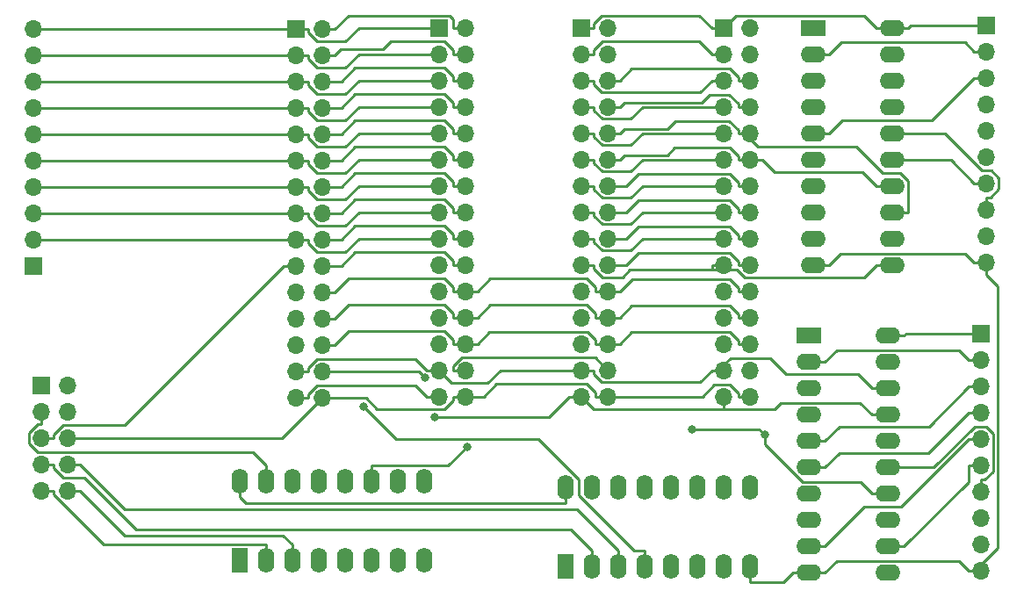
<source format=gbr>
%TF.GenerationSoftware,KiCad,Pcbnew,6.0.2+dfsg-1*%
%TF.CreationDate,2023-02-24T13:22:18-05:00*%
%TF.ProjectId,Registers,52656769-7374-4657-9273-2e6b69636164,rev?*%
%TF.SameCoordinates,Original*%
%TF.FileFunction,Copper,L1,Top*%
%TF.FilePolarity,Positive*%
%FSLAX46Y46*%
G04 Gerber Fmt 4.6, Leading zero omitted, Abs format (unit mm)*
G04 Created by KiCad (PCBNEW 6.0.2+dfsg-1) date 2023-02-24 13:22:18*
%MOMM*%
%LPD*%
G01*
G04 APERTURE LIST*
%TA.AperFunction,ComponentPad*%
%ADD10R,2.400000X1.600000*%
%TD*%
%TA.AperFunction,ComponentPad*%
%ADD11O,2.400000X1.600000*%
%TD*%
%TA.AperFunction,ComponentPad*%
%ADD12R,1.700000X1.700000*%
%TD*%
%TA.AperFunction,ComponentPad*%
%ADD13O,1.700000X1.700000*%
%TD*%
%TA.AperFunction,ComponentPad*%
%ADD14R,1.600000X2.400000*%
%TD*%
%TA.AperFunction,ComponentPad*%
%ADD15O,1.600000X2.400000*%
%TD*%
%TA.AperFunction,ViaPad*%
%ADD16C,0.800000*%
%TD*%
%TA.AperFunction,Conductor*%
%ADD17C,0.250000*%
%TD*%
G04 APERTURE END LIST*
D10*
%TO.P,U4,1,~{E}*%
%TO.N,unconnected-(U4-Pad1)*%
X94600000Y-51330000D03*
D11*
%TO.P,U4,2,Q0*%
%TO.N,Net-(J8-Pad2)*%
X94600000Y-53870000D03*
%TO.P,U4,3,D0*%
%TO.N,/RS_{0}*%
X94600000Y-56410000D03*
%TO.P,U4,4,D1*%
%TO.N,/RS_{1}*%
X94600000Y-58950000D03*
%TO.P,U4,5,Q1*%
%TO.N,Net-(J8-Pad3)*%
X94600000Y-61490000D03*
%TO.P,U4,6,Q2*%
%TO.N,Net-(J8-Pad4)*%
X94600000Y-64030000D03*
%TO.P,U4,7,D2*%
%TO.N,/RS_{2}*%
X94600000Y-66570000D03*
%TO.P,U4,8,D3*%
%TO.N,/RS_{3}*%
X94600000Y-69110000D03*
%TO.P,U4,9,Q3*%
%TO.N,Net-(J8-Pad5)*%
X94600000Y-71650000D03*
%TO.P,U4,10,GND*%
%TO.N,GND*%
X94600000Y-74190000D03*
%TO.P,U4,11,CP*%
%TO.N,/CLK*%
X102220000Y-74190000D03*
%TO.P,U4,12,Q4*%
%TO.N,Net-(J8-Pad6)*%
X102220000Y-71650000D03*
%TO.P,U4,13,D4*%
%TO.N,/RS_{4}*%
X102220000Y-69110000D03*
%TO.P,U4,14,D5*%
%TO.N,/RS_{5}*%
X102220000Y-66570000D03*
%TO.P,U4,15,Q5*%
%TO.N,Net-(J8-Pad7)*%
X102220000Y-64030000D03*
%TO.P,U4,16,Q6*%
%TO.N,Net-(J8-Pad8)*%
X102220000Y-61490000D03*
%TO.P,U4,17,D6*%
%TO.N,/RS_{6}*%
X102220000Y-58950000D03*
%TO.P,U4,18,D7*%
%TO.N,/RS_{7}*%
X102220000Y-56410000D03*
%TO.P,U4,19,Q7*%
%TO.N,Net-(J8-Pad9)*%
X102220000Y-53870000D03*
%TO.P,U4,20,VCC*%
%TO.N,VCC*%
X102220000Y-51330000D03*
%TD*%
D10*
%TO.P,U3,1,~{E}*%
%TO.N,Net-(J1-Pad3)*%
X95010000Y-21655000D03*
D11*
%TO.P,U3,2,Q0*%
%TO.N,Net-(J7-Pad2)*%
X95010000Y-24195000D03*
%TO.P,U3,3,D0*%
%TO.N,/RD_{0}*%
X95010000Y-26735000D03*
%TO.P,U3,4,D1*%
%TO.N,/RD_{1}*%
X95010000Y-29275000D03*
%TO.P,U3,5,Q1*%
%TO.N,Net-(J7-Pad3)*%
X95010000Y-31815000D03*
%TO.P,U3,6,Q2*%
%TO.N,Net-(J7-Pad4)*%
X95010000Y-34355000D03*
%TO.P,U3,7,D2*%
%TO.N,/RD_{2}*%
X95010000Y-36895000D03*
%TO.P,U3,8,D3*%
%TO.N,/RD_{3}*%
X95010000Y-39435000D03*
%TO.P,U3,9,Q3*%
%TO.N,Net-(J7-Pad5)*%
X95010000Y-41975000D03*
%TO.P,U3,10,GND*%
%TO.N,GND*%
X95010000Y-44515000D03*
%TO.P,U3,11,CP*%
%TO.N,/CLK*%
X102630000Y-44515000D03*
%TO.P,U3,12,Q4*%
%TO.N,Net-(J7-Pad6)*%
X102630000Y-41975000D03*
%TO.P,U3,13,D4*%
%TO.N,/RD_{4}*%
X102630000Y-39435000D03*
%TO.P,U3,14,D5*%
%TO.N,/RD_{5}*%
X102630000Y-36895000D03*
%TO.P,U3,15,Q5*%
%TO.N,Net-(J7-Pad7)*%
X102630000Y-34355000D03*
%TO.P,U3,16,Q6*%
%TO.N,Net-(J7-Pad8)*%
X102630000Y-31815000D03*
%TO.P,U3,17,D6*%
%TO.N,/RD_{6}*%
X102630000Y-29275000D03*
%TO.P,U3,18,D7*%
%TO.N,/RD_{7}*%
X102630000Y-26735000D03*
%TO.P,U3,19,Q7*%
%TO.N,Net-(J7-Pad9)*%
X102630000Y-24195000D03*
%TO.P,U3,20,VCC*%
%TO.N,VCC*%
X102630000Y-21655000D03*
%TD*%
D12*
%TO.P,J8,1,Pin_1*%
%TO.N,VCC*%
X111180000Y-51135000D03*
D13*
%TO.P,J8,2,Pin_2*%
%TO.N,Net-(J8-Pad2)*%
X111180000Y-53675000D03*
%TO.P,J8,3,Pin_3*%
%TO.N,Net-(J8-Pad3)*%
X111180000Y-56215000D03*
%TO.P,J8,4,Pin_4*%
%TO.N,Net-(J8-Pad4)*%
X111180000Y-58755000D03*
%TO.P,J8,5,Pin_5*%
%TO.N,Net-(J8-Pad5)*%
X111180000Y-61295000D03*
%TO.P,J8,6,Pin_6*%
%TO.N,Net-(J8-Pad6)*%
X111180000Y-63835000D03*
%TO.P,J8,7,Pin_7*%
%TO.N,Net-(J8-Pad7)*%
X111180000Y-66375000D03*
%TO.P,J8,8,Pin_8*%
%TO.N,Net-(J8-Pad8)*%
X111180000Y-68915000D03*
%TO.P,J8,9,Pin_9*%
%TO.N,Net-(J8-Pad9)*%
X111180000Y-71455000D03*
%TO.P,J8,10,Pin_10*%
%TO.N,GND*%
X111180000Y-73995000D03*
%TD*%
D12*
%TO.P,J7,1,Pin_1*%
%TO.N,VCC*%
X111710000Y-21385000D03*
D13*
%TO.P,J7,2,Pin_2*%
%TO.N,Net-(J7-Pad2)*%
X111710000Y-23925000D03*
%TO.P,J7,3,Pin_3*%
%TO.N,Net-(J7-Pad3)*%
X111710000Y-26465000D03*
%TO.P,J7,4,Pin_4*%
%TO.N,Net-(J7-Pad4)*%
X111710000Y-29005000D03*
%TO.P,J7,5,Pin_5*%
%TO.N,Net-(J7-Pad5)*%
X111710000Y-31545000D03*
%TO.P,J7,6,Pin_6*%
%TO.N,Net-(J7-Pad6)*%
X111710000Y-34085000D03*
%TO.P,J7,7,Pin_7*%
%TO.N,Net-(J7-Pad7)*%
X111710000Y-36625000D03*
%TO.P,J7,8,Pin_8*%
%TO.N,Net-(J7-Pad8)*%
X111710000Y-39165000D03*
%TO.P,J7,9,Pin_9*%
%TO.N,Net-(J7-Pad9)*%
X111710000Y-41705000D03*
%TO.P,J7,10,Pin_10*%
%TO.N,GND*%
X111710000Y-44245000D03*
%TD*%
D12*
%TO.P,J4,1,Pin_1*%
%TO.N,VCC*%
X72650000Y-21615000D03*
D13*
%TO.P,J4,2,Pin_2*%
%TO.N,/RD_{0}*%
X75190000Y-21615000D03*
%TO.P,J4,3,Pin_3*%
%TO.N,/D_{0}*%
X72650000Y-24155000D03*
%TO.P,J4,4,Pin_4*%
%TO.N,/RD_{1}*%
X75190000Y-24155000D03*
%TO.P,J4,5,Pin_5*%
%TO.N,/D_{1}*%
X72650000Y-26695000D03*
%TO.P,J4,6,Pin_6*%
%TO.N,/RD_{2}*%
X75190000Y-26695000D03*
%TO.P,J4,7,Pin_7*%
%TO.N,/D_{2}*%
X72650000Y-29235000D03*
%TO.P,J4,8,Pin_8*%
%TO.N,/RD_{3}*%
X75190000Y-29235000D03*
%TO.P,J4,9,Pin_9*%
%TO.N,/D_{3}*%
X72650000Y-31775000D03*
%TO.P,J4,10,Pin_10*%
%TO.N,/RD_{4}*%
X75190000Y-31775000D03*
%TO.P,J4,11,Pin_11*%
%TO.N,/D_{4}*%
X72650000Y-34315000D03*
%TO.P,J4,12,Pin_12*%
%TO.N,/RD_{5}*%
X75190000Y-34315000D03*
%TO.P,J4,13,Pin_13*%
%TO.N,/D_{5}*%
X72650000Y-36855000D03*
%TO.P,J4,14,Pin_14*%
%TO.N,/RD_{6}*%
X75190000Y-36855000D03*
%TO.P,J4,15,Pin_15*%
%TO.N,/D_{6}*%
X72650000Y-39395000D03*
%TO.P,J4,16,Pin_16*%
%TO.N,/RD_{7}*%
X75190000Y-39395000D03*
%TO.P,J4,17,Pin_17*%
%TO.N,/D_{7}*%
X72650000Y-41935000D03*
%TO.P,J4,18,Pin_18*%
%TO.N,/RS_{0}*%
X75190000Y-41935000D03*
%TO.P,J4,19,Pin_19*%
%TO.N,/CLK*%
X72650000Y-44475000D03*
%TO.P,J4,20,Pin_20*%
%TO.N,/RS_{1}*%
X75190000Y-44475000D03*
%TO.P,J4,21,Pin_21*%
%TO.N,Net-(J4-Pad21)*%
X72650000Y-47015000D03*
%TO.P,J4,22,Pin_22*%
%TO.N,/RS_{2}*%
X75190000Y-47015000D03*
%TO.P,J4,23,Pin_23*%
%TO.N,Net-(J4-Pad23)*%
X72650000Y-49555000D03*
%TO.P,J4,24,Pin_24*%
%TO.N,/RS_{3}*%
X75190000Y-49555000D03*
%TO.P,J4,25,Pin_25*%
%TO.N,Net-(J4-Pad25)*%
X72650000Y-52095000D03*
%TO.P,J4,26,Pin_26*%
%TO.N,/RS_{4}*%
X75190000Y-52095000D03*
%TO.P,J4,27,Pin_27*%
%TO.N,/RS_{7}*%
X72650000Y-54635000D03*
%TO.P,J4,28,Pin_28*%
%TO.N,/RS_{5}*%
X75190000Y-54635000D03*
%TO.P,J4,29,Pin_29*%
%TO.N,/RS_{6}*%
X72650000Y-57175000D03*
%TO.P,J4,30,Pin_30*%
%TO.N,GND*%
X75190000Y-57175000D03*
%TD*%
D14*
%TO.P,U1,1,E*%
%TO.N,Net-(J1-Pad2)*%
X39710000Y-73000000D03*
D15*
%TO.P,U1,2,A0*%
%TO.N,Net-(J1-Pad9)*%
X42250000Y-73000000D03*
%TO.P,U1,3,A1*%
%TO.N,Net-(J1-Pad10)*%
X44790000Y-73000000D03*
%TO.P,U1,4,O0*%
%TO.N,Net-(J3-Pad21)*%
X47330000Y-73000000D03*
%TO.P,U1,5,O1*%
%TO.N,Net-(J4-Pad21)*%
X49870000Y-73000000D03*
%TO.P,U1,6,O2*%
%TO.N,Net-(J5-Pad21)*%
X52410000Y-73000000D03*
%TO.P,U1,7,O3*%
%TO.N,Net-(J6-Pad21)*%
X54950000Y-73000000D03*
%TO.P,U1,8,GND*%
%TO.N,GND*%
X57490000Y-73000000D03*
%TO.P,U1,9,O3*%
%TO.N,Net-(J6-Pad23)*%
X57490000Y-65380000D03*
%TO.P,U1,10,O2*%
%TO.N,Net-(J5-Pad23)*%
X54950000Y-65380000D03*
%TO.P,U1,11,O1*%
%TO.N,Net-(J4-Pad23)*%
X52410000Y-65380000D03*
%TO.P,U1,12,O0*%
%TO.N,Net-(J3-Pad23)*%
X49870000Y-65380000D03*
%TO.P,U1,13,A1*%
%TO.N,Net-(J1-Pad10)*%
X47330000Y-65380000D03*
%TO.P,U1,14,A0*%
%TO.N,Net-(J1-Pad9)*%
X44790000Y-65380000D03*
%TO.P,U1,15,E*%
%TO.N,Net-(J1-Pad3)*%
X42250000Y-65380000D03*
%TO.P,U1,16,VCC*%
%TO.N,VCC*%
X39710000Y-65380000D03*
%TD*%
D12*
%TO.P,J5,1,Pin_1*%
%TO.N,VCC*%
X58900000Y-21615000D03*
D13*
%TO.P,J5,2,Pin_2*%
%TO.N,/RD_{0}*%
X61440000Y-21615000D03*
%TO.P,J5,3,Pin_3*%
%TO.N,/D_{0}*%
X58900000Y-24155000D03*
%TO.P,J5,4,Pin_4*%
%TO.N,/RD_{1}*%
X61440000Y-24155000D03*
%TO.P,J5,5,Pin_5*%
%TO.N,/D_{1}*%
X58900000Y-26695000D03*
%TO.P,J5,6,Pin_6*%
%TO.N,/RD_{2}*%
X61440000Y-26695000D03*
%TO.P,J5,7,Pin_7*%
%TO.N,/D_{2}*%
X58900000Y-29235000D03*
%TO.P,J5,8,Pin_8*%
%TO.N,/RD_{3}*%
X61440000Y-29235000D03*
%TO.P,J5,9,Pin_9*%
%TO.N,/D_{3}*%
X58900000Y-31775000D03*
%TO.P,J5,10,Pin_10*%
%TO.N,/RD_{4}*%
X61440000Y-31775000D03*
%TO.P,J5,11,Pin_11*%
%TO.N,/D_{4}*%
X58900000Y-34315000D03*
%TO.P,J5,12,Pin_12*%
%TO.N,/RD_{5}*%
X61440000Y-34315000D03*
%TO.P,J5,13,Pin_13*%
%TO.N,/D_{5}*%
X58900000Y-36855000D03*
%TO.P,J5,14,Pin_14*%
%TO.N,/RD_{6}*%
X61440000Y-36855000D03*
%TO.P,J5,15,Pin_15*%
%TO.N,/D_{6}*%
X58900000Y-39395000D03*
%TO.P,J5,16,Pin_16*%
%TO.N,/RD_{7}*%
X61440000Y-39395000D03*
%TO.P,J5,17,Pin_17*%
%TO.N,/D_{7}*%
X58900000Y-41935000D03*
%TO.P,J5,18,Pin_18*%
%TO.N,/RS_{0}*%
X61440000Y-41935000D03*
%TO.P,J5,19,Pin_19*%
%TO.N,/CLK*%
X58900000Y-44475000D03*
%TO.P,J5,20,Pin_20*%
%TO.N,/RS_{1}*%
X61440000Y-44475000D03*
%TO.P,J5,21,Pin_21*%
%TO.N,Net-(J5-Pad21)*%
X58900000Y-47015000D03*
%TO.P,J5,22,Pin_22*%
%TO.N,/RS_{2}*%
X61440000Y-47015000D03*
%TO.P,J5,23,Pin_23*%
%TO.N,Net-(J5-Pad23)*%
X58900000Y-49555000D03*
%TO.P,J5,24,Pin_24*%
%TO.N,/RS_{3}*%
X61440000Y-49555000D03*
%TO.P,J5,25,Pin_25*%
%TO.N,Net-(J5-Pad25)*%
X58900000Y-52095000D03*
%TO.P,J5,26,Pin_26*%
%TO.N,/RS_{4}*%
X61440000Y-52095000D03*
%TO.P,J5,27,Pin_27*%
%TO.N,/RS_{7}*%
X58900000Y-54635000D03*
%TO.P,J5,28,Pin_28*%
%TO.N,/RS_{5}*%
X61440000Y-54635000D03*
%TO.P,J5,29,Pin_29*%
%TO.N,/RS_{6}*%
X58900000Y-57175000D03*
%TO.P,J5,30,Pin_30*%
%TO.N,GND*%
X61440000Y-57175000D03*
%TD*%
D12*
%TO.P,J6,1,Pin_1*%
%TO.N,VCC*%
X86400000Y-21650000D03*
D13*
%TO.P,J6,2,Pin_2*%
%TO.N,/RD_{0}*%
X88940000Y-21650000D03*
%TO.P,J6,3,Pin_3*%
%TO.N,/D_{0}*%
X86400000Y-24190000D03*
%TO.P,J6,4,Pin_4*%
%TO.N,/RD_{1}*%
X88940000Y-24190000D03*
%TO.P,J6,5,Pin_5*%
%TO.N,/D_{1}*%
X86400000Y-26730000D03*
%TO.P,J6,6,Pin_6*%
%TO.N,/RD_{2}*%
X88940000Y-26730000D03*
%TO.P,J6,7,Pin_7*%
%TO.N,/D_{2}*%
X86400000Y-29270000D03*
%TO.P,J6,8,Pin_8*%
%TO.N,/RD_{3}*%
X88940000Y-29270000D03*
%TO.P,J6,9,Pin_9*%
%TO.N,/D_{3}*%
X86400000Y-31810000D03*
%TO.P,J6,10,Pin_10*%
%TO.N,/RD_{4}*%
X88940000Y-31810000D03*
%TO.P,J6,11,Pin_11*%
%TO.N,/D_{4}*%
X86400000Y-34350000D03*
%TO.P,J6,12,Pin_12*%
%TO.N,/RD_{5}*%
X88940000Y-34350000D03*
%TO.P,J6,13,Pin_13*%
%TO.N,/D_{5}*%
X86400000Y-36890000D03*
%TO.P,J6,14,Pin_14*%
%TO.N,/RD_{6}*%
X88940000Y-36890000D03*
%TO.P,J6,15,Pin_15*%
%TO.N,/D_{6}*%
X86400000Y-39430000D03*
%TO.P,J6,16,Pin_16*%
%TO.N,/RD_{7}*%
X88940000Y-39430000D03*
%TO.P,J6,17,Pin_17*%
%TO.N,/D_{7}*%
X86400000Y-41970000D03*
%TO.P,J6,18,Pin_18*%
%TO.N,/RS_{0}*%
X88940000Y-41970000D03*
%TO.P,J6,19,Pin_19*%
%TO.N,/CLK*%
X86400000Y-44510000D03*
%TO.P,J6,20,Pin_20*%
%TO.N,/RS_{1}*%
X88940000Y-44510000D03*
%TO.P,J6,21,Pin_21*%
%TO.N,Net-(J6-Pad21)*%
X86400000Y-47050000D03*
%TO.P,J6,22,Pin_22*%
%TO.N,/RS_{2}*%
X88940000Y-47050000D03*
%TO.P,J6,23,Pin_23*%
%TO.N,Net-(J6-Pad23)*%
X86400000Y-49590000D03*
%TO.P,J6,24,Pin_24*%
%TO.N,/RS_{3}*%
X88940000Y-49590000D03*
%TO.P,J6,25,Pin_25*%
%TO.N,Net-(J6-Pad25)*%
X86400000Y-52130000D03*
%TO.P,J6,26,Pin_26*%
%TO.N,/RS_{4}*%
X88940000Y-52130000D03*
%TO.P,J6,27,Pin_27*%
%TO.N,/RS_{7}*%
X86400000Y-54670000D03*
%TO.P,J6,28,Pin_28*%
%TO.N,/RS_{5}*%
X88940000Y-54670000D03*
%TO.P,J6,29,Pin_29*%
%TO.N,/RS_{6}*%
X86400000Y-57210000D03*
%TO.P,J6,30,Pin_30*%
%TO.N,GND*%
X88940000Y-57210000D03*
%TD*%
D12*
%TO.P,J1,1,Pin_1*%
%TO.N,VCC*%
X20580000Y-56120000D03*
D13*
%TO.P,J1,2,Pin_2*%
%TO.N,Net-(J1-Pad2)*%
X23120000Y-56120000D03*
%TO.P,J1,3,Pin_3*%
%TO.N,Net-(J1-Pad3)*%
X20580000Y-58660000D03*
%TO.P,J1,4,Pin_4*%
%TO.N,Net-(J1-Pad4)*%
X23120000Y-58660000D03*
%TO.P,J1,5,Pin_5*%
%TO.N,/CLK*%
X20580000Y-61200000D03*
%TO.P,J1,6,Pin_6*%
%TO.N,GND*%
X23120000Y-61200000D03*
%TO.P,J1,7,Pin_7*%
%TO.N,Net-(J1-Pad7)*%
X20580000Y-63740000D03*
%TO.P,J1,8,Pin_8*%
%TO.N,Net-(J1-Pad8)*%
X23120000Y-63740000D03*
%TO.P,J1,9,Pin_9*%
%TO.N,Net-(J1-Pad9)*%
X20580000Y-66280000D03*
%TO.P,J1,10,Pin_10*%
%TO.N,Net-(J1-Pad10)*%
X23120000Y-66280000D03*
%TD*%
D14*
%TO.P,U2,1,E*%
%TO.N,Net-(J1-Pad4)*%
X71130000Y-73580000D03*
D15*
%TO.P,U2,2,A0*%
%TO.N,Net-(J1-Pad7)*%
X73670000Y-73580000D03*
%TO.P,U2,3,A1*%
%TO.N,Net-(J1-Pad8)*%
X76210000Y-73580000D03*
%TO.P,U2,4,O0*%
%TO.N,Net-(J3-Pad25)*%
X78750000Y-73580000D03*
%TO.P,U2,5,O1*%
%TO.N,Net-(J4-Pad25)*%
X81290000Y-73580000D03*
%TO.P,U2,6,O2*%
%TO.N,Net-(J5-Pad25)*%
X83830000Y-73580000D03*
%TO.P,U2,7,O3*%
%TO.N,Net-(J6-Pad25)*%
X86370000Y-73580000D03*
%TO.P,U2,8,GND*%
%TO.N,GND*%
X88910000Y-73580000D03*
%TO.P,U2,9*%
%TO.N,N/C*%
X88910000Y-65960000D03*
%TO.P,U2,10*%
X86370000Y-65960000D03*
%TO.P,U2,11*%
X83830000Y-65960000D03*
%TO.P,U2,12*%
X81290000Y-65960000D03*
%TO.P,U2,13*%
X78750000Y-65960000D03*
%TO.P,U2,14*%
X76210000Y-65960000D03*
%TO.P,U2,15*%
X73670000Y-65960000D03*
%TO.P,U2,16,VCC*%
%TO.N,VCC*%
X71130000Y-65960000D03*
%TD*%
D12*
%TO.P,J2,1,Pin_1*%
%TO.N,GND*%
X19800000Y-44620000D03*
D13*
%TO.P,J2,2,Pin_2*%
%TO.N,/D_{7}*%
X19800000Y-42080000D03*
%TO.P,J2,3,Pin_3*%
%TO.N,/D_{6}*%
X19800000Y-39540000D03*
%TO.P,J2,4,Pin_4*%
%TO.N,/D_{5}*%
X19800000Y-37000000D03*
%TO.P,J2,5,Pin_5*%
%TO.N,/D_{4}*%
X19800000Y-34460000D03*
%TO.P,J2,6,Pin_6*%
%TO.N,/D_{3}*%
X19800000Y-31920000D03*
%TO.P,J2,7,Pin_7*%
%TO.N,/D_{2}*%
X19800000Y-29380000D03*
%TO.P,J2,8,Pin_8*%
%TO.N,/D_{1}*%
X19800000Y-26840000D03*
%TO.P,J2,9,Pin_9*%
%TO.N,/D_{0}*%
X19800000Y-24300000D03*
%TO.P,J2,10,Pin_10*%
%TO.N,VCC*%
X19800000Y-21760000D03*
%TD*%
D12*
%TO.P,J3,1,Pin_1*%
%TO.N,VCC*%
X45150000Y-21745000D03*
D13*
%TO.P,J3,2,Pin_2*%
%TO.N,/RD_{0}*%
X47690000Y-21745000D03*
%TO.P,J3,3,Pin_3*%
%TO.N,/D_{0}*%
X45150000Y-24285000D03*
%TO.P,J3,4,Pin_4*%
%TO.N,/RD_{1}*%
X47690000Y-24285000D03*
%TO.P,J3,5,Pin_5*%
%TO.N,/D_{1}*%
X45150000Y-26825000D03*
%TO.P,J3,6,Pin_6*%
%TO.N,/RD_{2}*%
X47690000Y-26825000D03*
%TO.P,J3,7,Pin_7*%
%TO.N,/D_{2}*%
X45150000Y-29365000D03*
%TO.P,J3,8,Pin_8*%
%TO.N,/RD_{3}*%
X47690000Y-29365000D03*
%TO.P,J3,9,Pin_9*%
%TO.N,/D_{3}*%
X45150000Y-31905000D03*
%TO.P,J3,10,Pin_10*%
%TO.N,/RD_{4}*%
X47690000Y-31905000D03*
%TO.P,J3,11,Pin_11*%
%TO.N,/D_{4}*%
X45150000Y-34445000D03*
%TO.P,J3,12,Pin_12*%
%TO.N,/RD_{5}*%
X47690000Y-34445000D03*
%TO.P,J3,13,Pin_13*%
%TO.N,/D_{5}*%
X45150000Y-36985000D03*
%TO.P,J3,14,Pin_14*%
%TO.N,/RD_{6}*%
X47690000Y-36985000D03*
%TO.P,J3,15,Pin_15*%
%TO.N,/D_{6}*%
X45150000Y-39525000D03*
%TO.P,J3,16,Pin_16*%
%TO.N,/RD_{7}*%
X47690000Y-39525000D03*
%TO.P,J3,17,Pin_17*%
%TO.N,/D_{7}*%
X45150000Y-42065000D03*
%TO.P,J3,18,Pin_18*%
%TO.N,/RS_{0}*%
X47690000Y-42065000D03*
%TO.P,J3,19,Pin_19*%
%TO.N,/CLK*%
X45150000Y-44605000D03*
%TO.P,J3,20,Pin_20*%
%TO.N,/RS_{1}*%
X47690000Y-44605000D03*
%TO.P,J3,21,Pin_21*%
%TO.N,Net-(J3-Pad21)*%
X45150000Y-47145000D03*
%TO.P,J3,22,Pin_22*%
%TO.N,/RS_{2}*%
X47690000Y-47145000D03*
%TO.P,J3,23,Pin_23*%
%TO.N,Net-(J3-Pad23)*%
X45150000Y-49685000D03*
%TO.P,J3,24,Pin_24*%
%TO.N,/RS_{3}*%
X47690000Y-49685000D03*
%TO.P,J3,25,Pin_25*%
%TO.N,Net-(J3-Pad25)*%
X45150000Y-52225000D03*
%TO.P,J3,26,Pin_26*%
%TO.N,/RS_{4}*%
X47690000Y-52225000D03*
%TO.P,J3,27,Pin_27*%
%TO.N,/RS_{7}*%
X45150000Y-54765000D03*
%TO.P,J3,28,Pin_28*%
%TO.N,/RS_{5}*%
X47690000Y-54765000D03*
%TO.P,J3,29,Pin_29*%
%TO.N,/RS_{6}*%
X45150000Y-57305000D03*
%TO.P,J3,30,Pin_30*%
%TO.N,GND*%
X47690000Y-57305000D03*
%TD*%
D16*
%TO.N,Net-(J4-Pad23)*%
X61641300Y-61999900D03*
%TO.N,Net-(J3-Pad25)*%
X51659900Y-58127400D03*
%TO.N,/RS_{5}*%
X90338500Y-60855400D03*
X83280700Y-60306500D03*
X57575400Y-55370600D03*
%TO.N,/RS_{6}*%
X58544100Y-59132200D03*
%TD*%
D17*
%TO.N,Net-(J8-Pad7)*%
X106633200Y-64030000D02*
X102220000Y-64030000D01*
X110575800Y-60087400D02*
X106633200Y-64030000D01*
X111673800Y-60087400D02*
X110575800Y-60087400D01*
X112355100Y-60768700D02*
X111673800Y-60087400D01*
X112355100Y-64392100D02*
X112355100Y-60768700D01*
X111547300Y-65199900D02*
X112355100Y-64392100D01*
X111180000Y-65199900D02*
X111547300Y-65199900D01*
X111180000Y-66375000D02*
X111180000Y-65199900D01*
%TO.N,Net-(J8-Pad6)*%
X110004900Y-65390200D02*
X103745100Y-71650000D01*
X110004900Y-63835000D02*
X110004900Y-65390200D01*
X111180000Y-63835000D02*
X110004900Y-63835000D01*
X102220000Y-71650000D02*
X103745100Y-71650000D01*
%TO.N,Net-(J8-Pad5)*%
X103459900Y-67840000D02*
X110004900Y-61295000D01*
X99935100Y-67840000D02*
X103459900Y-67840000D01*
X96125100Y-71650000D02*
X99935100Y-67840000D01*
X94600000Y-71650000D02*
X96125100Y-71650000D01*
X111180000Y-61295000D02*
X110004900Y-61295000D01*
%TO.N,Net-(J8-Pad4)*%
X111180000Y-58755000D02*
X110004900Y-58755000D01*
X94600000Y-64030000D02*
X96125100Y-64030000D01*
X97504000Y-62651100D02*
X96125100Y-64030000D01*
X97504000Y-62651000D02*
X97504000Y-62651100D01*
X106108900Y-62651000D02*
X97504000Y-62651000D01*
X110004900Y-58755000D02*
X106108900Y-62651000D01*
%TO.N,Net-(J8-Pad3)*%
X97539900Y-60075200D02*
X96125100Y-61490000D01*
X106144700Y-60075200D02*
X97539900Y-60075200D01*
X110004900Y-56215000D02*
X106144700Y-60075200D01*
X111180000Y-56215000D02*
X110004900Y-56215000D01*
X94600000Y-61490000D02*
X96125100Y-61490000D01*
%TO.N,Net-(J8-Pad2)*%
X97260600Y-52734500D02*
X96125100Y-53870000D01*
X109064400Y-52734500D02*
X97260600Y-52734500D01*
X110004900Y-53675000D02*
X109064400Y-52734500D01*
X111180000Y-53675000D02*
X110004900Y-53675000D01*
X94600000Y-53870000D02*
X96125100Y-53870000D01*
%TO.N,Net-(J7-Pad8)*%
X107722500Y-31815000D02*
X102630000Y-31815000D01*
X111262500Y-35355000D02*
X107722500Y-31815000D01*
X112152900Y-35355000D02*
X111262500Y-35355000D01*
X112891800Y-36093900D02*
X112152900Y-35355000D01*
X112891800Y-37175300D02*
X112891800Y-36093900D01*
X112077200Y-37989900D02*
X112891800Y-37175300D01*
X111710000Y-37989900D02*
X112077200Y-37989900D01*
X111710000Y-39165000D02*
X111710000Y-37989900D01*
%TO.N,Net-(J7-Pad7)*%
X108264900Y-34355000D02*
X102630000Y-34355000D01*
X110534900Y-36625000D02*
X108264900Y-34355000D01*
X111710000Y-36625000D02*
X110534900Y-36625000D01*
%TO.N,Net-(J7-Pad3)*%
X97805100Y-30545000D02*
X96535100Y-31815000D01*
X106454900Y-30545000D02*
X97805100Y-30545000D01*
X110534900Y-26465000D02*
X106454900Y-30545000D01*
X111710000Y-26465000D02*
X110534900Y-26465000D01*
X95010000Y-31815000D02*
X96535100Y-31815000D01*
%TO.N,Net-(J7-Pad2)*%
X97680000Y-23050100D02*
X96535100Y-24195000D01*
X109660000Y-23050100D02*
X97680000Y-23050100D01*
X110534900Y-23925000D02*
X109660000Y-23050100D01*
X111710000Y-23925000D02*
X110534900Y-23925000D01*
X95010000Y-24195000D02*
X96535100Y-24195000D01*
%TO.N,Net-(J4-Pad23)*%
X59786300Y-63854900D02*
X61641300Y-61999900D01*
X52410000Y-63854900D02*
X59786300Y-63854900D01*
X52410000Y-65380000D02*
X52410000Y-63854900D01*
%TO.N,Net-(J3-Pad25)*%
X78750000Y-73580000D02*
X78750000Y-72054900D01*
X54807300Y-61274800D02*
X51659900Y-58127400D01*
X68479700Y-61274800D02*
X54807300Y-61274800D01*
X72373400Y-65168500D02*
X68479700Y-61274800D01*
X72373400Y-66674000D02*
X72373400Y-65168500D01*
X77754300Y-72054900D02*
X72373400Y-66674000D01*
X78750000Y-72054900D02*
X77754300Y-72054900D01*
%TO.N,/RD_{0}*%
X60264900Y-20784000D02*
X60264900Y-21615000D01*
X59920700Y-20439800D02*
X60264900Y-20784000D01*
X50170300Y-20439800D02*
X59920700Y-20439800D01*
X48865100Y-21745000D02*
X50170300Y-20439800D01*
X47690000Y-21745000D02*
X48865100Y-21745000D01*
X61440000Y-21615000D02*
X60264900Y-21615000D01*
%TO.N,/RD_{1}*%
X60264900Y-23789800D02*
X60264900Y-24155000D01*
X59436800Y-22961700D02*
X60264900Y-23789800D01*
X54243900Y-22961700D02*
X59436800Y-22961700D01*
X53500800Y-23704800D02*
X54243900Y-22961700D01*
X49445300Y-23704800D02*
X53500800Y-23704800D01*
X48865100Y-24285000D02*
X49445300Y-23704800D01*
X47690000Y-24285000D02*
X48865100Y-24285000D01*
X61440000Y-24155000D02*
X60264900Y-24155000D01*
%TO.N,/RD_{2}*%
X47690000Y-26825000D02*
X48865100Y-26825000D01*
X61440000Y-26695000D02*
X60264900Y-26695000D01*
X60264900Y-26329800D02*
X60264900Y-26695000D01*
X59439500Y-25504400D02*
X60264900Y-26329800D01*
X50822200Y-25504400D02*
X59439500Y-25504400D01*
X49501600Y-26825000D02*
X50822200Y-25504400D01*
X48865100Y-26825000D02*
X49501600Y-26825000D01*
X87764900Y-26364800D02*
X87764900Y-26730000D01*
X86954600Y-25554500D02*
X87764900Y-26364800D01*
X77505600Y-25554500D02*
X86954600Y-25554500D01*
X76365100Y-26695000D02*
X77505600Y-25554500D01*
X75190000Y-26695000D02*
X76365100Y-26695000D01*
X88940000Y-26730000D02*
X87764900Y-26730000D01*
%TO.N,/RD_{3}*%
X47690000Y-29365000D02*
X48865100Y-29365000D01*
X61440000Y-29235000D02*
X60264900Y-29235000D01*
X60264900Y-28869800D02*
X60264900Y-29235000D01*
X59439500Y-28044400D02*
X60264900Y-28869800D01*
X50822200Y-28044400D02*
X59439500Y-28044400D01*
X49501600Y-29365000D02*
X50822200Y-28044400D01*
X48865100Y-29365000D02*
X49501600Y-29365000D01*
X87764900Y-28904800D02*
X87764900Y-29270000D01*
X86911300Y-28051200D02*
X87764900Y-28904800D01*
X85023400Y-28051200D02*
X86911300Y-28051200D01*
X84254800Y-28819800D02*
X85023400Y-28051200D01*
X76780300Y-28819800D02*
X84254800Y-28819800D01*
X76365100Y-29235000D02*
X76780300Y-28819800D01*
X75190000Y-29235000D02*
X76365100Y-29235000D01*
X88940000Y-29270000D02*
X87764900Y-29270000D01*
%TO.N,/RD_{4}*%
X47690000Y-31905000D02*
X48865100Y-31905000D01*
X61440000Y-31775000D02*
X60264900Y-31775000D01*
X60264900Y-31409800D02*
X60264900Y-31775000D01*
X59439500Y-30584400D02*
X60264900Y-31409800D01*
X50822200Y-30584400D02*
X59439500Y-30584400D01*
X49501600Y-31905000D02*
X50822200Y-30584400D01*
X48865100Y-31905000D02*
X49501600Y-31905000D01*
X87764900Y-31444800D02*
X87764900Y-31810000D01*
X86911300Y-30591200D02*
X87764900Y-31444800D01*
X81686900Y-30591200D02*
X86911300Y-30591200D01*
X80918300Y-31359800D02*
X81686900Y-30591200D01*
X76780300Y-31359800D02*
X80918300Y-31359800D01*
X76365100Y-31775000D02*
X76780300Y-31359800D01*
X75190000Y-31775000D02*
X76365100Y-31775000D01*
X88940000Y-31810000D02*
X88416700Y-31810000D01*
X88416700Y-31810000D02*
X87764900Y-31810000D01*
X104155100Y-36406900D02*
X104155100Y-39435000D01*
X103373200Y-35625000D02*
X104155100Y-36406900D01*
X101700000Y-35625000D02*
X103373200Y-35625000D01*
X99160000Y-33085000D02*
X101700000Y-35625000D01*
X89691700Y-33085000D02*
X99160000Y-33085000D01*
X88416700Y-31810000D02*
X89691700Y-33085000D01*
X102630000Y-39435000D02*
X104155100Y-39435000D01*
%TO.N,/RD_{5}*%
X47690000Y-34445000D02*
X48865100Y-34445000D01*
X61440000Y-34315000D02*
X60264900Y-34315000D01*
X60264900Y-33949800D02*
X60264900Y-34315000D01*
X59439500Y-33124400D02*
X60264900Y-33949800D01*
X50822200Y-33124400D02*
X59439500Y-33124400D01*
X49501600Y-34445000D02*
X50822200Y-33124400D01*
X48865100Y-34445000D02*
X49501600Y-34445000D01*
X99735000Y-35525100D02*
X101104900Y-36895000D01*
X91290200Y-35525100D02*
X99735000Y-35525100D01*
X90115100Y-34350000D02*
X91290200Y-35525100D01*
X88940000Y-34350000D02*
X90115100Y-34350000D01*
X102630000Y-36895000D02*
X101104900Y-36895000D01*
X87764900Y-33984800D02*
X87764900Y-34350000D01*
X86954400Y-33174300D02*
X87764900Y-33984800D01*
X81643800Y-33174300D02*
X86954400Y-33174300D01*
X80918300Y-33899800D02*
X81643800Y-33174300D01*
X76780300Y-33899800D02*
X80918300Y-33899800D01*
X76365100Y-34315000D02*
X76780300Y-33899800D01*
X75190000Y-34315000D02*
X76365100Y-34315000D01*
X88940000Y-34350000D02*
X87764900Y-34350000D01*
%TO.N,/RD_{6}*%
X47690000Y-36985000D02*
X48865100Y-36985000D01*
X61440000Y-36855000D02*
X60264900Y-36855000D01*
X60264900Y-36489800D02*
X60264900Y-36855000D01*
X59439500Y-35664400D02*
X60264900Y-36489800D01*
X50822200Y-35664400D02*
X59439500Y-35664400D01*
X49501600Y-36985000D02*
X50822200Y-35664400D01*
X48865100Y-36985000D02*
X49501600Y-36985000D01*
X75190000Y-36855000D02*
X76365100Y-36855000D01*
X88940000Y-36890000D02*
X87764900Y-36890000D01*
X87764900Y-36524800D02*
X87764900Y-36890000D01*
X86920100Y-35680000D02*
X87764900Y-36524800D01*
X78176600Y-35680000D02*
X86920100Y-35680000D01*
X77001600Y-36855000D02*
X78176600Y-35680000D01*
X76365100Y-36855000D02*
X77001600Y-36855000D01*
%TO.N,/RD_{7}*%
X47690000Y-39525000D02*
X48865100Y-39525000D01*
X61440000Y-39395000D02*
X60264900Y-39395000D01*
X60264900Y-39029800D02*
X60264900Y-39395000D01*
X59439500Y-38204400D02*
X60264900Y-39029800D01*
X50822200Y-38204400D02*
X59439500Y-38204400D01*
X49501600Y-39525000D02*
X50822200Y-38204400D01*
X48865100Y-39525000D02*
X49501600Y-39525000D01*
X88940000Y-39430000D02*
X87764900Y-39430000D01*
X75190000Y-39395000D02*
X76365100Y-39395000D01*
X87764900Y-39062800D02*
X87764900Y-39430000D01*
X86922100Y-38220000D02*
X87764900Y-39062800D01*
X78176600Y-38220000D02*
X86922100Y-38220000D01*
X77001600Y-39395000D02*
X78176600Y-38220000D01*
X76365100Y-39395000D02*
X77001600Y-39395000D01*
%TO.N,/RS_{0}*%
X47690000Y-42065000D02*
X48865100Y-42065000D01*
X61440000Y-41935000D02*
X60264900Y-41935000D01*
X60264900Y-41569800D02*
X60264900Y-41935000D01*
X59439500Y-40744400D02*
X60264900Y-41569800D01*
X50822200Y-40744400D02*
X59439500Y-40744400D01*
X49501600Y-42065000D02*
X50822200Y-40744400D01*
X48865100Y-42065000D02*
X49501600Y-42065000D01*
X88940000Y-41970000D02*
X87764900Y-41970000D01*
X75190000Y-41935000D02*
X76365100Y-41935000D01*
X87764900Y-41602800D02*
X87764900Y-41970000D01*
X86922100Y-40760000D02*
X87764900Y-41602800D01*
X78176600Y-40760000D02*
X86922100Y-40760000D01*
X77001600Y-41935000D02*
X78176600Y-40760000D01*
X76365100Y-41935000D02*
X77001600Y-41935000D01*
%TO.N,/RS_{1}*%
X47690000Y-44605000D02*
X48865100Y-44605000D01*
X61440000Y-44475000D02*
X60264900Y-44475000D01*
X60264900Y-44109800D02*
X60264900Y-44475000D01*
X59439500Y-43284400D02*
X60264900Y-44109800D01*
X50822200Y-43284400D02*
X59439500Y-43284400D01*
X49501600Y-44605000D02*
X50822200Y-43284400D01*
X48865100Y-44605000D02*
X49501600Y-44605000D01*
X88940000Y-44510000D02*
X87764900Y-44510000D01*
X75190000Y-44475000D02*
X76365100Y-44475000D01*
X87764900Y-44142800D02*
X87764900Y-44510000D01*
X86922100Y-43300000D02*
X87764900Y-44142800D01*
X78176600Y-43300000D02*
X86922100Y-43300000D01*
X77001600Y-44475000D02*
X78176600Y-43300000D01*
X76365100Y-44475000D02*
X77001600Y-44475000D01*
%TO.N,/RS_{2}*%
X77540100Y-45840000D02*
X76365100Y-47015000D01*
X86922100Y-45840000D02*
X77540100Y-45840000D01*
X87764900Y-46682800D02*
X86922100Y-45840000D01*
X87764900Y-47050000D02*
X87764900Y-46682800D01*
X88940000Y-47050000D02*
X87764900Y-47050000D01*
X75190000Y-47015000D02*
X76365100Y-47015000D01*
X74014900Y-46649800D02*
X74014900Y-47015000D01*
X73190700Y-45825600D02*
X74014900Y-46649800D01*
X63804500Y-45825600D02*
X73190700Y-45825600D01*
X62615100Y-47015000D02*
X63804500Y-45825600D01*
X61440000Y-47015000D02*
X62615100Y-47015000D01*
X75190000Y-47015000D02*
X74014900Y-47015000D01*
X60264900Y-46649800D02*
X60264900Y-47015000D01*
X59439500Y-45824400D02*
X60264900Y-46649800D01*
X50185700Y-45824400D02*
X59439500Y-45824400D01*
X48865100Y-47145000D02*
X50185700Y-45824400D01*
X47690000Y-47145000D02*
X48865100Y-47145000D01*
X61440000Y-47015000D02*
X60264900Y-47015000D01*
%TO.N,/RS_{3}*%
X77505600Y-48414500D02*
X76365100Y-49555000D01*
X86956600Y-48414500D02*
X77505600Y-48414500D01*
X87764900Y-49222800D02*
X86956600Y-48414500D01*
X87764900Y-49590000D02*
X87764900Y-49222800D01*
X88940000Y-49590000D02*
X87764900Y-49590000D01*
X75190000Y-49555000D02*
X76365100Y-49555000D01*
X74014900Y-49189800D02*
X74014900Y-49555000D01*
X73189500Y-48364400D02*
X74014900Y-49189800D01*
X63805700Y-48364400D02*
X73189500Y-48364400D01*
X62615100Y-49555000D02*
X63805700Y-48364400D01*
X61440000Y-49555000D02*
X62615100Y-49555000D01*
X75190000Y-49555000D02*
X74014900Y-49555000D01*
X60264900Y-49189800D02*
X60264900Y-49555000D01*
X59439500Y-48364400D02*
X60264900Y-49189800D01*
X50185700Y-48364400D02*
X59439500Y-48364400D01*
X48865100Y-49685000D02*
X50185700Y-48364400D01*
X47690000Y-49685000D02*
X48865100Y-49685000D01*
X61440000Y-49555000D02*
X60264900Y-49555000D01*
%TO.N,/RS_{4}*%
X77505600Y-50954500D02*
X76365100Y-52095000D01*
X86956600Y-50954500D02*
X77505600Y-50954500D01*
X87764900Y-51762800D02*
X86956600Y-50954500D01*
X87764900Y-52130000D02*
X87764900Y-51762800D01*
X88940000Y-52130000D02*
X87764900Y-52130000D01*
X75190000Y-52095000D02*
X76365100Y-52095000D01*
X74014900Y-51729800D02*
X74014900Y-52095000D01*
X73204900Y-50919800D02*
X74014900Y-51729800D01*
X63790300Y-50919800D02*
X73204900Y-50919800D01*
X62615100Y-52095000D02*
X63790300Y-50919800D01*
X61440000Y-52095000D02*
X62615100Y-52095000D01*
X75190000Y-52095000D02*
X74014900Y-52095000D01*
X60264900Y-51729800D02*
X60264900Y-52095000D01*
X59439500Y-50904400D02*
X60264900Y-51729800D01*
X50185700Y-50904400D02*
X59439500Y-50904400D01*
X48865100Y-52225000D02*
X50185700Y-50904400D01*
X47690000Y-52225000D02*
X48865100Y-52225000D01*
X61440000Y-52095000D02*
X60264900Y-52095000D01*
%TO.N,/RS_{5}*%
X61440000Y-54635000D02*
X60264900Y-54635000D01*
X60264900Y-54269800D02*
X60264900Y-54635000D01*
X61096300Y-53438400D02*
X60264900Y-54269800D01*
X73993400Y-53438400D02*
X61096300Y-53438400D01*
X75190000Y-54635000D02*
X73993400Y-53438400D01*
X90338500Y-61828300D02*
X90338500Y-60855400D01*
X93955000Y-65444800D02*
X90338500Y-61828300D01*
X99569700Y-65444800D02*
X93955000Y-65444800D01*
X100694900Y-66570000D02*
X99569700Y-65444800D01*
X102220000Y-66570000D02*
X100694900Y-66570000D01*
X89789600Y-60306500D02*
X90338500Y-60855400D01*
X83280700Y-60306500D02*
X89789600Y-60306500D01*
X56969800Y-54765000D02*
X57575400Y-55370600D01*
X47690000Y-54765000D02*
X56969800Y-54765000D01*
%TO.N,/RS_{6}*%
X102220000Y-58950000D02*
X100694900Y-58950000D01*
X86400000Y-57210000D02*
X86400000Y-58385700D01*
X73860700Y-58385700D02*
X86400000Y-58385700D01*
X72650000Y-57175000D02*
X73860700Y-58385700D01*
X99513200Y-57768300D02*
X100694900Y-58950000D01*
X91859200Y-57768300D02*
X99513200Y-57768300D01*
X91241800Y-58385700D02*
X91859200Y-57768300D01*
X86400000Y-58385700D02*
X91241800Y-58385700D01*
X46325100Y-56939700D02*
X46325100Y-57305000D01*
X47141200Y-56123600D02*
X46325100Y-56939700D01*
X56673500Y-56123600D02*
X47141200Y-56123600D01*
X57724900Y-57175000D02*
X56673500Y-56123600D01*
X58900000Y-57175000D02*
X57724900Y-57175000D01*
X45150000Y-57305000D02*
X46325100Y-57305000D01*
X69517700Y-59132200D02*
X71474900Y-57175000D01*
X58544100Y-59132200D02*
X69517700Y-59132200D01*
X72650000Y-57175000D02*
X71474900Y-57175000D01*
%TO.N,/RS_{7}*%
X72650000Y-54635000D02*
X73825100Y-54635000D01*
X64836900Y-54635000D02*
X72650000Y-54635000D01*
X63618300Y-55853600D02*
X64836900Y-54635000D01*
X60118600Y-55853600D02*
X63618300Y-55853600D01*
X58900000Y-54635000D02*
X60118600Y-55853600D01*
X73825100Y-55000300D02*
X73825100Y-54635000D01*
X74635300Y-55810500D02*
X73825100Y-55000300D01*
X84084400Y-55810500D02*
X74635300Y-55810500D01*
X85224900Y-54670000D02*
X84084400Y-55810500D01*
X86400000Y-54670000D02*
X85812500Y-54670000D01*
X85812500Y-54670000D02*
X85224900Y-54670000D01*
X99280100Y-54995200D02*
X100694900Y-56410000D01*
X92350900Y-54995200D02*
X99280100Y-54995200D01*
X90831500Y-53475800D02*
X92350900Y-54995200D01*
X87006700Y-53475800D02*
X90831500Y-53475800D01*
X85812500Y-54670000D02*
X87006700Y-53475800D01*
X102220000Y-56410000D02*
X100694900Y-56410000D01*
X56677700Y-53587800D02*
X57724900Y-54635000D01*
X47135100Y-53587800D02*
X56677700Y-53587800D01*
X46325100Y-54397800D02*
X47135100Y-53587800D01*
X46325100Y-54765000D02*
X46325100Y-54397800D01*
X45150000Y-54765000D02*
X46325100Y-54765000D01*
X58900000Y-54635000D02*
X57724900Y-54635000D01*
%TO.N,/D_{0}*%
X51216900Y-24155000D02*
X58900000Y-24155000D01*
X49867500Y-25504400D02*
X51216900Y-24155000D01*
X47177300Y-25504400D02*
X49867500Y-25504400D01*
X46325100Y-24652200D02*
X47177300Y-25504400D01*
X46325100Y-24285000D02*
X46325100Y-24652200D01*
X45150000Y-24285000D02*
X46325100Y-24285000D01*
X43959900Y-24300000D02*
X43974900Y-24285000D01*
X19800000Y-24300000D02*
X43959900Y-24300000D01*
X45150000Y-24285000D02*
X43974900Y-24285000D01*
X73825100Y-23789700D02*
X73825100Y-24155000D01*
X74650400Y-22964400D02*
X73825100Y-23789700D01*
X83999300Y-22964400D02*
X74650400Y-22964400D01*
X85224900Y-24190000D02*
X83999300Y-22964400D01*
X86400000Y-24190000D02*
X85224900Y-24190000D01*
X72650000Y-24155000D02*
X73825100Y-24155000D01*
%TO.N,/D_{1}*%
X51216900Y-26695000D02*
X58900000Y-26695000D01*
X49867500Y-28044400D02*
X51216900Y-26695000D01*
X47177300Y-28044400D02*
X49867500Y-28044400D01*
X46325100Y-27192200D02*
X47177300Y-28044400D01*
X46325100Y-26825000D02*
X46325100Y-27192200D01*
X45150000Y-26825000D02*
X46325100Y-26825000D01*
X43959900Y-26840000D02*
X43974900Y-26825000D01*
X19800000Y-26840000D02*
X43959900Y-26840000D01*
X45150000Y-26825000D02*
X43974900Y-26825000D01*
X73825100Y-27060300D02*
X73825100Y-26695000D01*
X74635300Y-27870500D02*
X73825100Y-27060300D01*
X84084400Y-27870500D02*
X74635300Y-27870500D01*
X85224900Y-26730000D02*
X84084400Y-27870500D01*
X86400000Y-26730000D02*
X85224900Y-26730000D01*
X72650000Y-26695000D02*
X73825100Y-26695000D01*
%TO.N,/D_{2}*%
X51216900Y-29235000D02*
X58900000Y-29235000D01*
X49867500Y-30584400D02*
X51216900Y-29235000D01*
X47177300Y-30584400D02*
X49867500Y-30584400D01*
X46325100Y-29732200D02*
X47177300Y-30584400D01*
X46325100Y-29365000D02*
X46325100Y-29732200D01*
X45150000Y-29365000D02*
X46325100Y-29365000D01*
X43959900Y-29380000D02*
X43974900Y-29365000D01*
X19800000Y-29380000D02*
X43959900Y-29380000D01*
X45150000Y-29365000D02*
X43974900Y-29365000D01*
X78551900Y-29270000D02*
X86400000Y-29270000D01*
X77408000Y-30413900D02*
X78551900Y-29270000D01*
X74636800Y-30413900D02*
X77408000Y-30413900D01*
X73825100Y-29602200D02*
X74636800Y-30413900D01*
X73825100Y-29235000D02*
X73825100Y-29602200D01*
X72650000Y-29235000D02*
X73825100Y-29235000D01*
%TO.N,/D_{3}*%
X51216900Y-31775000D02*
X58900000Y-31775000D01*
X49867500Y-33124400D02*
X51216900Y-31775000D01*
X47177300Y-33124400D02*
X49867500Y-33124400D01*
X46325100Y-32272200D02*
X47177300Y-33124400D01*
X46325100Y-31905000D02*
X46325100Y-32272200D01*
X45150000Y-31905000D02*
X46325100Y-31905000D01*
X43959900Y-31920000D02*
X43974900Y-31905000D01*
X19800000Y-31920000D02*
X43959900Y-31920000D01*
X45150000Y-31905000D02*
X43974900Y-31905000D01*
X78551900Y-31810000D02*
X86400000Y-31810000D01*
X77408000Y-32953900D02*
X78551900Y-31810000D01*
X74636800Y-32953900D02*
X77408000Y-32953900D01*
X73825100Y-32142200D02*
X74636800Y-32953900D01*
X73825100Y-31775000D02*
X73825100Y-32142200D01*
X72650000Y-31775000D02*
X73825100Y-31775000D01*
%TO.N,/D_{4}*%
X51216900Y-34315000D02*
X58900000Y-34315000D01*
X49867500Y-35664400D02*
X51216900Y-34315000D01*
X47177300Y-35664400D02*
X49867500Y-35664400D01*
X46325100Y-34812200D02*
X47177300Y-35664400D01*
X46325100Y-34445000D02*
X46325100Y-34812200D01*
X45150000Y-34445000D02*
X46325100Y-34445000D01*
X43959900Y-34460000D02*
X43974900Y-34445000D01*
X19800000Y-34460000D02*
X43959900Y-34460000D01*
X45150000Y-34445000D02*
X43974900Y-34445000D01*
X78551900Y-34350000D02*
X86400000Y-34350000D01*
X77408000Y-35493900D02*
X78551900Y-34350000D01*
X74636800Y-35493900D02*
X77408000Y-35493900D01*
X73825100Y-34682200D02*
X74636800Y-35493900D01*
X73825100Y-34315000D02*
X73825100Y-34682200D01*
X72650000Y-34315000D02*
X73825100Y-34315000D01*
%TO.N,/D_{5}*%
X51216900Y-36855000D02*
X58900000Y-36855000D01*
X49867500Y-38204400D02*
X51216900Y-36855000D01*
X47177300Y-38204400D02*
X49867500Y-38204400D01*
X46325100Y-37352200D02*
X47177300Y-38204400D01*
X46325100Y-36985000D02*
X46325100Y-37352200D01*
X45150000Y-36985000D02*
X46325100Y-36985000D01*
X43959900Y-37000000D02*
X43974900Y-36985000D01*
X19800000Y-37000000D02*
X43959900Y-37000000D01*
X45150000Y-36985000D02*
X43974900Y-36985000D01*
X78551900Y-36890000D02*
X86400000Y-36890000D01*
X77408000Y-38033900D02*
X78551900Y-36890000D01*
X74636800Y-38033900D02*
X77408000Y-38033900D01*
X73825100Y-37222200D02*
X74636800Y-38033900D01*
X73825100Y-36855000D02*
X73825100Y-37222200D01*
X72650000Y-36855000D02*
X73825100Y-36855000D01*
%TO.N,/D_{6}*%
X51216900Y-39395000D02*
X58900000Y-39395000D01*
X49867500Y-40744400D02*
X51216900Y-39395000D01*
X47177300Y-40744400D02*
X49867500Y-40744400D01*
X46325100Y-39892200D02*
X47177300Y-40744400D01*
X46325100Y-39525000D02*
X46325100Y-39892200D01*
X45150000Y-39525000D02*
X46325100Y-39525000D01*
X43959900Y-39540000D02*
X43974900Y-39525000D01*
X19800000Y-39540000D02*
X43959900Y-39540000D01*
X45150000Y-39525000D02*
X43974900Y-39525000D01*
X78551900Y-39430000D02*
X86400000Y-39430000D01*
X77408000Y-40573900D02*
X78551900Y-39430000D01*
X74636800Y-40573900D02*
X77408000Y-40573900D01*
X73825100Y-39762200D02*
X74636800Y-40573900D01*
X73825100Y-39395000D02*
X73825100Y-39762200D01*
X72650000Y-39395000D02*
X73825100Y-39395000D01*
%TO.N,/D_{7}*%
X51216900Y-41935000D02*
X58900000Y-41935000D01*
X49867500Y-43284400D02*
X51216900Y-41935000D01*
X47177300Y-43284400D02*
X49867500Y-43284400D01*
X46325100Y-42432200D02*
X47177300Y-43284400D01*
X46325100Y-42065000D02*
X46325100Y-42432200D01*
X45150000Y-42065000D02*
X46325100Y-42065000D01*
X43959900Y-42080000D02*
X43974900Y-42065000D01*
X19800000Y-42080000D02*
X43959900Y-42080000D01*
X45150000Y-42065000D02*
X43974900Y-42065000D01*
X78551900Y-41970000D02*
X86400000Y-41970000D01*
X77408000Y-43113900D02*
X78551900Y-41970000D01*
X74636800Y-43113900D02*
X77408000Y-43113900D01*
X73825100Y-42302200D02*
X74636800Y-43113900D01*
X73825100Y-41935000D02*
X73825100Y-42302200D01*
X72650000Y-41935000D02*
X73825100Y-41935000D01*
%TO.N,Net-(J1-Pad10)*%
X23120000Y-66280000D02*
X24295100Y-66280000D01*
X44790000Y-73000000D02*
X44790000Y-71474900D01*
X28589800Y-70574700D02*
X24295100Y-66280000D01*
X43889800Y-70574700D02*
X28589800Y-70574700D01*
X44790000Y-71474900D02*
X43889800Y-70574700D01*
%TO.N,Net-(J1-Pad9)*%
X26582800Y-71474900D02*
X42250000Y-71474900D01*
X21755100Y-66647200D02*
X26582800Y-71474900D01*
X21755100Y-66280000D02*
X21755100Y-66647200D01*
X20580000Y-66280000D02*
X21755100Y-66280000D01*
X42250000Y-73000000D02*
X42250000Y-71474900D01*
%TO.N,Net-(J1-Pad8)*%
X76210000Y-73580000D02*
X76210000Y-72054900D01*
X23120000Y-63740000D02*
X24295100Y-63740000D01*
X28632000Y-68076900D02*
X24295100Y-63740000D01*
X72232000Y-68076900D02*
X28632000Y-68076900D01*
X76210000Y-72054900D02*
X72232000Y-68076900D01*
%TO.N,Net-(J1-Pad7)*%
X73670000Y-73580000D02*
X73670000Y-72054900D01*
X20580000Y-63740000D02*
X21755100Y-63740000D01*
X21755100Y-64105300D02*
X21755100Y-63740000D01*
X22659800Y-65010000D02*
X21755100Y-64105300D01*
X24708800Y-65010000D02*
X22659800Y-65010000D01*
X29707400Y-70008600D02*
X24708800Y-65010000D01*
X71623700Y-70008600D02*
X29707400Y-70008600D01*
X73670000Y-72054900D02*
X71623700Y-70008600D01*
%TO.N,GND*%
X92159800Y-75105100D02*
X93074900Y-74190000D01*
X88910000Y-75105100D02*
X92159800Y-75105100D01*
X88910000Y-73580000D02*
X88910000Y-75105100D01*
X94600000Y-74190000D02*
X93074900Y-74190000D01*
X61440000Y-57175000D02*
X62615100Y-57175000D01*
X75190000Y-57175000D02*
X74014900Y-57175000D01*
X74014900Y-56809800D02*
X74014900Y-57175000D01*
X73190700Y-55985600D02*
X74014900Y-56809800D01*
X64441000Y-55985600D02*
X73190700Y-55985600D01*
X63251600Y-57175000D02*
X64441000Y-55985600D01*
X62615100Y-57175000D02*
X63251600Y-57175000D01*
X97663600Y-43386500D02*
X96535100Y-44515000D01*
X109676400Y-43386500D02*
X97663600Y-43386500D01*
X110534900Y-44245000D02*
X109676400Y-43386500D01*
X111710000Y-44245000D02*
X110534900Y-44245000D01*
X95010000Y-44515000D02*
X96535100Y-44515000D01*
X97260600Y-73054500D02*
X96125100Y-74190000D01*
X109064400Y-73054500D02*
X97260600Y-73054500D01*
X110004900Y-73995000D02*
X109064400Y-73054500D01*
X94600000Y-74190000D02*
X96125100Y-74190000D01*
X84333100Y-57175000D02*
X75190000Y-57175000D01*
X85473300Y-56034800D02*
X84333100Y-57175000D01*
X86956900Y-56034800D02*
X85473300Y-56034800D01*
X87764900Y-56842800D02*
X86956900Y-56034800D01*
X87764900Y-57210000D02*
X87764900Y-56842800D01*
X88940000Y-57210000D02*
X87764900Y-57210000D01*
X61440000Y-57175000D02*
X60264900Y-57175000D01*
X43795000Y-61200000D02*
X23120000Y-61200000D01*
X47690000Y-57305000D02*
X43795000Y-61200000D01*
X47690000Y-57305000D02*
X48865100Y-57305000D01*
X51863000Y-57305000D02*
X48865100Y-57305000D01*
X52923100Y-58365100D02*
X51863000Y-57305000D01*
X59440000Y-58365100D02*
X52923100Y-58365100D01*
X60264900Y-57540200D02*
X59440000Y-58365100D01*
X60264900Y-57175000D02*
X60264900Y-57540200D01*
X111180000Y-73995000D02*
X110592500Y-73995000D01*
X110592500Y-73995000D02*
X110004900Y-73995000D01*
X111710000Y-44245000D02*
X111710000Y-45420100D01*
X112805300Y-46515400D02*
X111710000Y-45420100D01*
X112805300Y-71782200D02*
X112805300Y-46515400D01*
X110592500Y-73995000D02*
X112805300Y-71782200D01*
%TO.N,/CLK*%
X72650000Y-44475000D02*
X73825100Y-44475000D01*
X102630000Y-44515000D02*
X101104900Y-44515000D01*
X73825100Y-44840300D02*
X73825100Y-44475000D01*
X74652600Y-45667800D02*
X73825100Y-44840300D01*
X76592600Y-45667800D02*
X74652600Y-45667800D01*
X77300200Y-44960200D02*
X76592600Y-45667800D01*
X85189200Y-44960200D02*
X77300200Y-44960200D01*
X85224900Y-44924500D02*
X85189200Y-44960200D01*
X85224900Y-44510000D02*
X85224900Y-44924500D01*
X99891200Y-45728700D02*
X101104900Y-44515000D01*
X88380900Y-45728700D02*
X99891200Y-45728700D01*
X87612400Y-44960200D02*
X88380900Y-45728700D01*
X85189200Y-44960200D02*
X87612400Y-44960200D01*
X86400000Y-44510000D02*
X85224900Y-44510000D01*
X21755100Y-60834700D02*
X21755100Y-61200000D01*
X22659800Y-59930000D02*
X21755100Y-60834700D01*
X28649900Y-59930000D02*
X22659800Y-59930000D01*
X43974900Y-44605000D02*
X28649900Y-59930000D01*
X45150000Y-44605000D02*
X43974900Y-44605000D01*
X20580000Y-61200000D02*
X21755100Y-61200000D01*
%TO.N,Net-(J1-Pad3)*%
X40949300Y-62554200D02*
X42250000Y-63854900D01*
X20208500Y-62554200D02*
X40949300Y-62554200D01*
X19372500Y-61718200D02*
X20208500Y-62554200D01*
X19372500Y-60675400D02*
X19372500Y-61718200D01*
X20212800Y-59835100D02*
X19372500Y-60675400D01*
X20580000Y-59835100D02*
X20212800Y-59835100D01*
X20580000Y-58660000D02*
X20580000Y-59835100D01*
X42250000Y-65380000D02*
X42250000Y-63854900D01*
%TO.N,VCC*%
X51216900Y-21615000D02*
X58900000Y-21615000D01*
X49871100Y-22960800D02*
X51216900Y-21615000D01*
X47173700Y-22960800D02*
X49871100Y-22960800D01*
X46325100Y-22112200D02*
X47173700Y-22960800D01*
X46325100Y-21745000D02*
X46325100Y-22112200D01*
X45150000Y-21745000D02*
X46325100Y-21745000D01*
X43959900Y-21760000D02*
X43974900Y-21745000D01*
X19800000Y-21760000D02*
X43959900Y-21760000D01*
X45150000Y-21745000D02*
X43974900Y-21745000D01*
X40290000Y-67485100D02*
X39710000Y-66905100D01*
X71130000Y-67485100D02*
X40290000Y-67485100D01*
X71130000Y-65960000D02*
X71130000Y-67485100D01*
X39710000Y-65380000D02*
X39710000Y-66905100D01*
X73825100Y-21247700D02*
X73825100Y-21615000D01*
X74632900Y-20439900D02*
X73825100Y-21247700D01*
X84014800Y-20439900D02*
X74632900Y-20439900D01*
X85224900Y-21650000D02*
X84014800Y-20439900D01*
X72650000Y-21615000D02*
X73825100Y-21615000D01*
X85812500Y-21650000D02*
X86389200Y-21650000D01*
X85812500Y-21650000D02*
X85224900Y-21650000D01*
X86400000Y-21650000D02*
X86389200Y-21650000D01*
X99906400Y-20456500D02*
X101104900Y-21655000D01*
X87582700Y-20456500D02*
X99906400Y-20456500D01*
X86389200Y-21650000D02*
X87582700Y-20456500D01*
X102630000Y-21655000D02*
X101104900Y-21655000D01*
X104425100Y-21385000D02*
X104155100Y-21655000D01*
X111710000Y-21385000D02*
X104425100Y-21385000D01*
X102630000Y-21655000D02*
X104155100Y-21655000D01*
X103940100Y-51135000D02*
X103745100Y-51330000D01*
X111180000Y-51135000D02*
X103940100Y-51135000D01*
X102220000Y-51330000D02*
X103745100Y-51330000D01*
%TD*%
M02*

</source>
